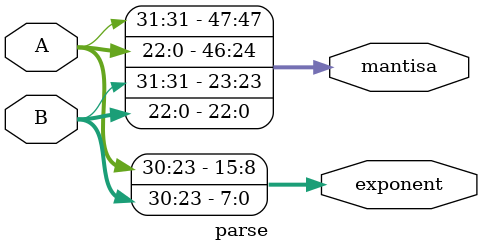
<source format=v>
`timescale 1ns / 1ps

module parse(
    input [31:0] A,
    input [31:0] B,
    output reg [15:0] exponent,
    output reg [47:0] mantisa
    );
    
    always @(*)
    begin
        exponent = { A[30:23], B[30:23] };
        mantisa = { A[31], A[22:0], B[31], B[22:0] };
    end
endmodule
</source>
